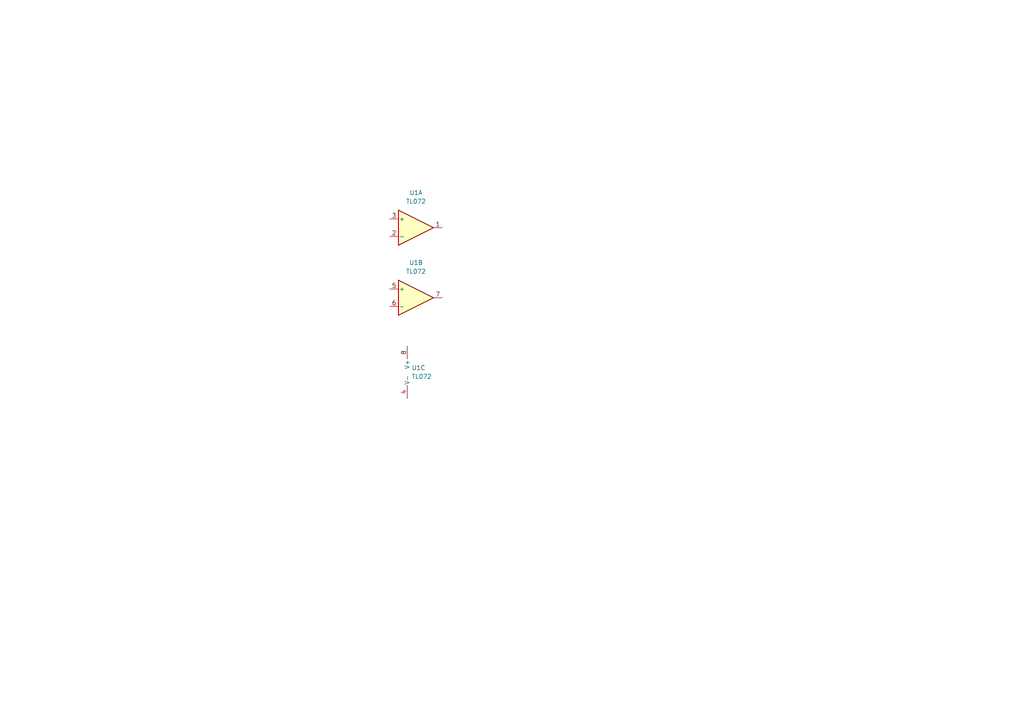
<source format=kicad_sch>
(kicad_sch (version 20250114) (generator "eeschema") (generator_version "9.0")
  (paper "A4")
  (title_block (title "MultiUnit_TL072_Reference"))
  (lib_symbols
    (symbol "Amplifier_Operational:TL072" (pin_names (offset 0.127))
      (property "Reference" "U" (at 0 5.08 0))
      (property "Value" "TL072" (at 0 -5.08 0))
      (symbol "TL072_1_1"
        (polyline (pts (xy -5.08 5.08) (xy 5.08 0) (xy -5.08 -5.08) (xy -5.08 5.08)) (stroke (width 0.254)) (fill (type background)))
        (pin input line (at -7.62 2.54 0) (length 2.54) (name "+") (number "3"))
        (pin input line (at -7.62 -2.54 0) (length 2.54) (name "-") (number "2"))
        (pin output line (at 7.62 0 180) (length 2.54) (name "~") (number "1"))
      )
      (symbol "TL072_2_1"
        (polyline (pts (xy -5.08 5.08) (xy 5.08 0) (xy -5.08 -5.08) (xy -5.08 5.08)) (stroke (width 0.254)) (fill (type background)))
        (pin input line (at -7.62 2.54 0) (length 2.54) (name "+") (number "5"))
        (pin input line (at -7.62 -2.54 0) (length 2.54) (name "-") (number "6"))
        (pin output line (at 7.62 0 180) (length 2.54) (name "~") (number "7"))
      )
      (symbol "TL072_3_1"
        (pin power_in line (at -2.54 7.62 270) (length 3.81) (name "V+") (number "8"))
        (pin power_in line (at -2.54 -7.62 90) (length 3.81) (name "V-") (number "4"))
      )
    )
  )
  (symbol (lib_id "Amplifier_Operational:TL072") (at 120.65 107.95 0) (unit 3)
    (property "Reference" "U1" (at 119.38 106.6799 0) (effects (justify left)))
    (property "Value" "TL072" (at 119.38 109.2199 0) (effects (justify left)))
    (property "Datasheet" "http://www.ti.com/lit/ds/symlink/tl071.pdf" (effects (hide yes)))
    (property "Description" "Dual Low-Noise JFET-Input Operational Amplifiers, DIP-8/SOIC-8" (effects (hide yes)))
  )
  (symbol (lib_id "Amplifier_Operational:TL072") (at 120.65 66.04 0) (unit 1)
    (property "Reference" "U1" (at 120.65 55.88 0))
    (property "Value" "TL072" (at 120.65 58.42 0))
    (property "Datasheet" "http://www.ti.com/lit/ds/symlink/tl071.pdf" (effects (hide yes)))
    (property "Description" "Dual Low-Noise JFET-Input Operational Amplifiers, DIP-8/SOIC-8" (effects (hide yes)))
  )
  (symbol (lib_id "Amplifier_Operational:TL072") (at 120.65 86.36 0) (unit 2)
    (property "Reference" "U1" (at 120.65 76.2 0))
    (property "Value" "TL072" (at 120.65 78.74 0))
    (property "Datasheet" "http://www.ti.com/lit/ds/symlink/tl071.pdf" (effects (hide yes)))
    (property "Description" "Dual Low-Noise JFET-Input Operational Amplifiers, DIP-8/SOIC-8" (effects (hide yes)))
  )
)
</source>
